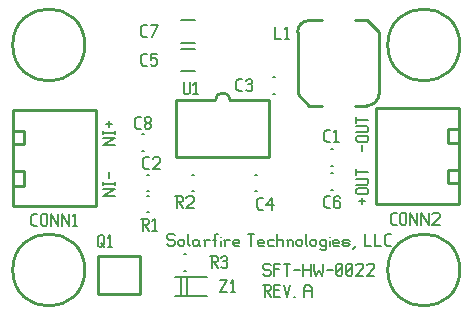
<source format=gto>
G04 start of page 9 for group -4079 idx -4079 *
G04 Title: SFT-HW-0022, topsilk *
G04 Creator: pcb 20110918 *
G04 CreationDate: Wed 03 Dec 2014 08:27:19 PM GMT UTC *
G04 For: tgack *
G04 Format: Gerber/RS-274X *
G04 PCB-Dimensions: 150000 100000 *
G04 PCB-Coordinate-Origin: lower left *
%MOIN*%
%FSLAX25Y25*%
%LNTOPSILK*%
%ADD56C,0.0100*%
%ADD55C,0.0080*%
G54D55*X32500Y62000D02*Y60000D01*
X31500Y61000D02*X33500D01*
X34500Y58800D02*Y57800D01*
X30500Y58300D02*X34500D01*
X30500Y58800D02*Y57800D01*
Y56600D02*X34500D01*
X30500Y54100D01*
X34500D01*
X32500Y45000D02*Y43000D01*
X34500Y41800D02*Y40800D01*
X30500Y41300D02*X34500D01*
X30500Y41800D02*Y40800D01*
Y39600D02*X34500D01*
X30500Y37100D01*
X34500D01*
X86000Y14500D02*X86500Y14000D01*
X84500Y14500D02*X86000D01*
X84000Y14000D02*X84500Y14500D01*
X84000Y14000D02*Y13000D01*
X84500Y12500D01*
X86000D01*
X86500Y12000D01*
Y11000D01*
X86000Y10500D02*X86500Y11000D01*
X84500Y10500D02*X86000D01*
X84000Y11000D02*X84500Y10500D01*
X87700Y14500D02*Y10500D01*
Y14500D02*X89700D01*
X87700Y12700D02*X89200D01*
X90900Y14500D02*X92900D01*
X91900D02*Y10500D01*
X94100Y12500D02*X96100D01*
X97300Y14500D02*Y10500D01*
X99800Y14500D02*Y10500D01*
X97300Y12500D02*X99800D01*
X101000Y14500D02*Y12500D01*
X101500Y10500D01*
X102500Y12500D01*
X103500Y10500D01*
X104000Y12500D01*
Y14500D02*Y12500D01*
X105200D02*X107200D01*
X108400Y11000D02*X108900Y10500D01*
X108400Y14000D02*Y11000D01*
Y14000D02*X108900Y14500D01*
X109900D01*
X110400Y14000D01*
Y11000D01*
X109900Y10500D02*X110400Y11000D01*
X108900Y10500D02*X109900D01*
X108400Y11500D02*X110400Y13500D01*
X111600Y11000D02*X112100Y10500D01*
X111600Y14000D02*Y11000D01*
Y14000D02*X112100Y14500D01*
X113100D01*
X113600Y14000D01*
Y11000D01*
X113100Y10500D02*X113600Y11000D01*
X112100Y10500D02*X113100D01*
X111600Y11500D02*X113600Y13500D01*
X114800Y14000D02*X115300Y14500D01*
X116800D01*
X117300Y14000D01*
Y13000D01*
X114800Y10500D02*X117300Y13000D01*
X114800Y10500D02*X117300D01*
X118500Y14000D02*X119000Y14500D01*
X120500D01*
X121000Y14000D01*
Y13000D01*
X118500Y10500D02*X121000Y13000D01*
X118500Y10500D02*X121000D01*
X54043Y24500D02*X54543Y24000D01*
X52543Y24500D02*X54043D01*
X52043Y24000D02*X52543Y24500D01*
X52043Y24000D02*Y23000D01*
X52543Y22500D01*
X54043D01*
X54543Y22000D01*
Y21000D01*
X54043Y20500D02*X54543Y21000D01*
X52543Y20500D02*X54043D01*
X52043Y21000D02*X52543Y20500D01*
X55743Y22000D02*Y21000D01*
Y22000D02*X56243Y22500D01*
X57243D01*
X57743Y22000D01*
Y21000D01*
X57243Y20500D02*X57743Y21000D01*
X56243Y20500D02*X57243D01*
X55743Y21000D02*X56243Y20500D01*
X58943Y24500D02*Y21000D01*
X59443Y20500D01*
X61943Y22500D02*X62443Y22000D01*
X60943Y22500D02*X61943D01*
X60443Y22000D02*X60943Y22500D01*
X60443Y22000D02*Y21000D01*
X60943Y20500D01*
X62443Y22500D02*Y21000D01*
X62943Y20500D01*
X60943D02*X61943D01*
X62443Y21000D01*
X64643Y22000D02*Y20500D01*
Y22000D02*X65143Y22500D01*
X66143D01*
X64143D02*X64643Y22000D01*
X67843Y24000D02*Y20500D01*
Y24000D02*X68343Y24500D01*
X68843D01*
X67343Y22500D02*X68343D01*
X69843Y23500D02*Y23400D01*
Y22000D02*Y20500D01*
X71343Y22000D02*Y20500D01*
Y22000D02*X71843Y22500D01*
X72843D01*
X70843D02*X71343Y22000D01*
X74543Y20500D02*X76043D01*
X74043Y21000D02*X74543Y20500D01*
X74043Y22000D02*Y21000D01*
Y22000D02*X74543Y22500D01*
X75543D01*
X76043Y22000D01*
X74043Y21500D02*X76043D01*
Y22000D02*Y21500D01*
X79043Y24500D02*X81043D01*
X80043D02*Y20500D01*
X82743D02*X84243D01*
X82243Y21000D02*X82743Y20500D01*
X82243Y22000D02*Y21000D01*
Y22000D02*X82743Y22500D01*
X83743D01*
X84243Y22000D01*
X82243Y21500D02*X84243D01*
Y22000D02*Y21500D01*
X85943Y22500D02*X87443D01*
X85443Y22000D02*X85943Y22500D01*
X85443Y22000D02*Y21000D01*
X85943Y20500D01*
X87443D01*
X88643Y24500D02*Y20500D01*
Y22000D02*X89143Y22500D01*
X90143D01*
X90643Y22000D01*
Y20500D01*
X92343Y22000D02*Y20500D01*
Y22000D02*X92843Y22500D01*
X93343D01*
X93843Y22000D01*
Y20500D01*
X91843Y22500D02*X92343Y22000D01*
X95043D02*Y21000D01*
Y22000D02*X95543Y22500D01*
X96543D01*
X97043Y22000D01*
Y21000D01*
X96543Y20500D02*X97043Y21000D01*
X95543Y20500D02*X96543D01*
X95043Y21000D02*X95543Y20500D01*
X98243Y24500D02*Y21000D01*
X98743Y20500D01*
X99743Y22000D02*Y21000D01*
Y22000D02*X100243Y22500D01*
X101243D01*
X101743Y22000D01*
Y21000D01*
X101243Y20500D02*X101743Y21000D01*
X100243Y20500D02*X101243D01*
X99743Y21000D02*X100243Y20500D01*
X104443Y22500D02*X104943Y22000D01*
X103443Y22500D02*X104443D01*
X102943Y22000D02*X103443Y22500D01*
X102943Y22000D02*Y21000D01*
X103443Y20500D01*
X104443D01*
X104943Y21000D01*
X102943Y19500D02*X103443Y19000D01*
X104443D01*
X104943Y19500D01*
Y22500D02*Y19500D01*
X106143Y23500D02*Y23400D01*
Y22000D02*Y20500D01*
X107643D02*X109143D01*
X107143Y21000D02*X107643Y20500D01*
X107143Y22000D02*Y21000D01*
Y22000D02*X107643Y22500D01*
X108643D01*
X109143Y22000D01*
X107143Y21500D02*X109143D01*
Y22000D02*Y21500D01*
X110843Y20500D02*X112343D01*
X112843Y21000D01*
X112343Y21500D02*X112843Y21000D01*
X110843Y21500D02*X112343D01*
X110343Y22000D02*X110843Y21500D01*
X110343Y22000D02*X110843Y22500D01*
X112343D01*
X112843Y22000D01*
X110343Y21000D02*X110843Y20500D01*
X114043Y19500D02*X115043Y20500D01*
X118043Y24500D02*Y20500D01*
X120043D01*
X121243Y24500D02*Y20500D01*
X123243D01*
X125143D02*X126443D01*
X124443Y21200D02*X125143Y20500D01*
X124443Y23800D02*Y21200D01*
Y23800D02*X125143Y24500D01*
X126443D01*
X84000Y7500D02*X86000D01*
X86500Y7000D01*
Y6000D01*
X86000Y5500D02*X86500Y6000D01*
X84500Y5500D02*X86000D01*
X84500Y7500D02*Y3500D01*
X85300Y5500D02*X86500Y3500D01*
X87700Y5700D02*X89200D01*
X87700Y3500D02*X89700D01*
X87700Y7500D02*Y3500D01*
Y7500D02*X89700D01*
X90900D02*X91900Y3500D01*
X92900Y7500D01*
X94100Y3500D02*X94600D01*
X97600Y6500D02*Y3500D01*
Y6500D02*X98300Y7500D01*
X99400D01*
X100100Y6500D01*
Y3500D01*
X97600Y5500D02*X100100D01*
X117000Y36500D02*Y34500D01*
X116000Y35500D02*X118000D01*
X115500Y37700D02*X118500D01*
X115500D02*X115000Y38200D01*
Y39200D02*Y38200D01*
Y39200D02*X115500Y39700D01*
X118500D01*
X119000Y39200D02*X118500Y39700D01*
X119000Y39200D02*Y38200D01*
X118500Y37700D02*X119000Y38200D01*
X115000Y40900D02*X118500D01*
X119000Y41400D01*
Y42400D02*Y41400D01*
Y42400D02*X118500Y42900D01*
X115000D02*X118500D01*
X115000Y46100D02*Y44100D01*
Y45100D02*X119000D01*
X117000Y54000D02*Y52000D01*
X115500Y55200D02*X118500D01*
X115500D02*X115000Y55700D01*
Y56700D02*Y55700D01*
Y56700D02*X115500Y57200D01*
X118500D01*
X119000Y56700D02*X118500Y57200D01*
X119000Y56700D02*Y55700D01*
X118500Y55200D02*X119000Y55700D01*
X115000Y58400D02*X118500D01*
X119000Y58900D01*
Y59900D02*Y58900D01*
Y59900D02*X118500Y60400D01*
X115000D02*X118500D01*
X115000Y63600D02*Y61600D01*
Y62600D02*X119000D01*
X57607Y12245D02*X58393D01*
X57607Y17755D02*X58393D01*
X56674Y10150D02*Y3850D01*
X54705D02*X65295D01*
X58643Y10150D02*Y3850D01*
X54705Y10150D02*X65295D01*
G54D56*X29000Y4500D02*X42900D01*
Y17300D02*Y4500D01*
X29000Y17300D02*X42900D01*
X29000D02*Y4500D01*
X500Y12500D02*G75*G03X500Y12500I12000J0D01*G01*
G54D55*X45107Y31745D02*X45893D01*
X45107Y37255D02*X45893D01*
X45107Y38745D02*X45893D01*
X45107Y44255D02*X45893D01*
G54D56*X500Y87500D02*G75*G03X500Y87500I12000J0D01*G01*
X28166Y65835D02*Y33945D01*
X607D02*X28166D01*
X607Y65835D02*Y33945D01*
Y65835D02*X28166D01*
X607Y58749D02*X4150D01*
Y54418D01*
X607D02*X4150D01*
X607Y45363D02*X4150D01*
Y40638D01*
X607D02*X4150D01*
X125500Y87500D02*G75*G03X125500Y87500I12000J0D01*G01*
G54D55*X106607Y44755D02*X107393D01*
X106607Y39245D02*X107393D01*
X106607Y52755D02*X107393D01*
X106607Y47245D02*X107393D01*
G54D56*X118646Y95673D02*X122583Y91736D01*
X95417Y71264D02*X99354Y67327D01*
X122583Y91736D02*Y71067D01*
X95417Y91736D02*Y71264D01*
X99354Y95673D02*X103500D01*
X114500D02*X118646D01*
X114500Y67327D02*X118646D01*
X99354D02*X103500D01*
X99354Y95673D02*G75*G03X95417Y91736I0J-3937D01*G01*
X118646Y67327D02*G75*G03X122583Y71264I0J3937D01*G01*
X125500Y12500D02*G75*G03X125500Y12500I12000J0D01*G01*
X121614Y66335D02*Y34445D01*
Y66335D02*X149173D01*
Y34445D01*
X121614D02*X149173D01*
X145630Y41531D02*X149173D01*
X145630Y45862D02*Y41531D01*
Y45862D02*X149173D01*
X145630Y54917D02*X149173D01*
X145630Y59642D02*Y54917D01*
Y59642D02*X149173D01*
G54D55*X87107Y71245D02*X87893D01*
X87107Y76755D02*X87893D01*
G54D56*X55000Y69000D02*Y50000D01*
X86000D01*
Y69000D01*
X55000D02*X68000D01*
X86000D02*X73000D01*
G75*G03X68000Y69000I-2500J0D01*G01*
G54D55*X81107Y44255D02*X81893D01*
X81107Y38745D02*X81893D01*
X60107D02*X60893D01*
X60107Y44255D02*X60893D01*
X43607Y57755D02*X44393D01*
X43607Y52245D02*X44393D01*
X56638Y88260D02*X61362D01*
X56638Y95740D02*X61362D01*
X56638Y78760D02*X61362D01*
X56638Y86240D02*X61362D01*
X66370Y17150D02*X68370D01*
X68870Y16650D01*
Y15650D01*
X68370Y15150D02*X68870Y15650D01*
X66870Y15150D02*X68370D01*
X66870Y17150D02*Y13150D01*
X67670Y15150D02*X68870Y13150D01*
X70070Y16650D02*X70570Y17150D01*
X71570D01*
X72070Y16650D01*
X71570Y13150D02*X72070Y13650D01*
X70570Y13150D02*X71570D01*
X70070Y13650D02*X70570Y13150D01*
Y15350D02*X71570D01*
X72070Y16650D02*Y15850D01*
Y14850D02*Y13650D01*
Y14850D02*X71570Y15350D01*
X72070Y15850D02*X71570Y15350D01*
X69457Y9000D02*X71957D01*
X69457Y5000D02*X71957Y9000D01*
X69457Y5000D02*X71957D01*
X73157Y8200D02*X73957Y9000D01*
Y5000D01*
X73157D02*X74657D01*
X44007Y90150D02*X45307D01*
X43307Y90850D02*X44007Y90150D01*
X43307Y93450D02*Y90850D01*
Y93450D02*X44007Y94150D01*
X45307D01*
X47007Y90150D02*X49007Y94150D01*
X46507D02*X49007D01*
X44050Y80650D02*X45350D01*
X43350Y81350D02*X44050Y80650D01*
X43350Y83950D02*Y81350D01*
Y83950D02*X44050Y84650D01*
X45350D01*
X46550D02*X48550D01*
X46550D02*Y82650D01*
X47050Y83150D01*
X48050D01*
X48550Y82650D01*
Y81150D01*
X48050Y80650D02*X48550Y81150D01*
X47050Y80650D02*X48050D01*
X46550Y81150D02*X47050Y80650D01*
X29000Y23500D02*Y20500D01*
Y23500D02*X29500Y24000D01*
X30500D01*
X31000Y23500D01*
Y21000D01*
X30000Y20000D02*X31000Y21000D01*
X29500Y20000D02*X30000D01*
X29000Y20500D02*X29500Y20000D01*
X30000Y21500D02*X31000Y20000D01*
X32200Y23200D02*X33000Y24000D01*
Y20000D01*
X32200D02*X33700D01*
X43307Y29650D02*X45307D01*
X45807Y29150D01*
Y28150D01*
X45307Y27650D02*X45807Y28150D01*
X43807Y27650D02*X45307D01*
X43807Y29650D02*Y25650D01*
X44607Y27650D02*X45807Y25650D01*
X47007Y28850D02*X47807Y29650D01*
Y25650D01*
X47007D02*X48507D01*
X7420Y27280D02*X8720D01*
X6720Y27980D02*X7420Y27280D01*
X6720Y30580D02*Y27980D01*
Y30580D02*X7420Y31280D01*
X8720D01*
X9920Y30780D02*Y27780D01*
Y30780D02*X10420Y31280D01*
X11420D01*
X11920Y30780D01*
Y27780D01*
X11420Y27280D02*X11920Y27780D01*
X10420Y27280D02*X11420D01*
X9920Y27780D02*X10420Y27280D01*
X13120Y31280D02*Y27280D01*
Y31280D02*X15620Y27280D01*
Y31280D02*Y27280D01*
X16820Y31280D02*Y27280D01*
Y31280D02*X19320Y27280D01*
Y31280D02*Y27280D01*
X20520Y30480D02*X21320Y31280D01*
Y27280D01*
X20520D02*X22020D01*
X57500Y75000D02*Y71500D01*
X58000Y71000D01*
X59000D01*
X59500Y71500D01*
Y75000D02*Y71500D01*
X60700Y74200D02*X61500Y75000D01*
Y71000D01*
X60700D02*X62200D01*
X54651Y37150D02*X56651D01*
X57151Y36650D01*
Y35650D01*
X56651Y35150D02*X57151Y35650D01*
X55151Y35150D02*X56651D01*
X55151Y37150D02*Y33150D01*
X55951Y35150D02*X57151Y33150D01*
X58351Y36650D02*X58851Y37150D01*
X60351D01*
X60851Y36650D01*
Y35650D01*
X58351Y33150D02*X60851Y35650D01*
X58351Y33150D02*X60851D01*
X44593Y46150D02*X45893D01*
X43893Y46850D02*X44593Y46150D01*
X43893Y49450D02*Y46850D01*
Y49450D02*X44593Y50150D01*
X45893D01*
X47093Y49650D02*X47593Y50150D01*
X49093D01*
X49593Y49650D01*
Y48650D01*
X47093Y46150D02*X49593Y48650D01*
X47093Y46150D02*X49593D01*
X42050Y59607D02*X43350D01*
X41350Y60307D02*X42050Y59607D01*
X41350Y62907D02*Y60307D01*
Y62907D02*X42050Y63607D01*
X43350D01*
X44550Y60107D02*X45050Y59607D01*
X44550Y60907D02*Y60107D01*
Y60907D02*X45250Y61607D01*
X45850D01*
X46550Y60907D01*
Y60107D01*
X46050Y59607D02*X46550Y60107D01*
X45050Y59607D02*X46050D01*
X44550Y62307D02*X45250Y61607D01*
X44550Y63107D02*Y62307D01*
Y63107D02*X45050Y63607D01*
X46050D01*
X46550Y63107D01*
Y62307D01*
X45850Y61607D02*X46550Y62307D01*
X105093Y33150D02*X106393D01*
X104393Y33850D02*X105093Y33150D01*
X104393Y36450D02*Y33850D01*
Y36450D02*X105093Y37150D01*
X106393D01*
X109093D02*X109593Y36650D01*
X108093Y37150D02*X109093D01*
X107593Y36650D02*X108093Y37150D01*
X107593Y36650D02*Y33650D01*
X108093Y33150D01*
X109093Y35350D02*X109593Y34850D01*
X107593Y35350D02*X109093D01*
X108093Y33150D02*X109093D01*
X109593Y33650D01*
Y34850D02*Y33650D01*
X105093Y55150D02*X106393D01*
X104393Y55850D02*X105093Y55150D01*
X104393Y58450D02*Y55850D01*
Y58450D02*X105093Y59150D01*
X106393D01*
X107593Y58350D02*X108393Y59150D01*
Y55150D01*
X107593D02*X109093D01*
X88000Y93500D02*Y89500D01*
X90000D01*
X91200Y92700D02*X92000Y93500D01*
Y89500D01*
X91200D02*X92700D01*
X82464Y32650D02*X83764D01*
X81764Y33350D02*X82464Y32650D01*
X81764Y35950D02*Y33350D01*
Y35950D02*X82464Y36650D01*
X83764D01*
X84964Y34150D02*X86964Y36650D01*
X84964Y34150D02*X87464D01*
X86964Y36650D02*Y32650D01*
X127200Y27500D02*X128500D01*
X126500Y28200D02*X127200Y27500D01*
X126500Y30800D02*Y28200D01*
Y30800D02*X127200Y31500D01*
X128500D01*
X129700Y31000D02*Y28000D01*
Y31000D02*X130200Y31500D01*
X131200D01*
X131700Y31000D01*
Y28000D01*
X131200Y27500D02*X131700Y28000D01*
X130200Y27500D02*X131200D01*
X129700Y28000D02*X130200Y27500D01*
X132900Y31500D02*Y27500D01*
Y31500D02*X135400Y27500D01*
Y31500D02*Y27500D01*
X136600Y31500D02*Y27500D01*
Y31500D02*X139100Y27500D01*
Y31500D02*Y27500D01*
X140300Y31000D02*X140800Y31500D01*
X142300D01*
X142800Y31000D01*
Y30000D01*
X140300Y27500D02*X142800Y30000D01*
X140300Y27500D02*X142800D01*
X75757Y72150D02*X77057D01*
X75057Y72850D02*X75757Y72150D01*
X75057Y75450D02*Y72850D01*
Y75450D02*X75757Y76150D01*
X77057D01*
X78257Y75650D02*X78757Y76150D01*
X79757D01*
X80257Y75650D01*
X79757Y72150D02*X80257Y72650D01*
X78757Y72150D02*X79757D01*
X78257Y72650D02*X78757Y72150D01*
Y74350D02*X79757D01*
X80257Y75650D02*Y74850D01*
Y73850D02*Y72650D01*
Y73850D02*X79757Y74350D01*
X80257Y74850D02*X79757Y74350D01*
M02*

</source>
